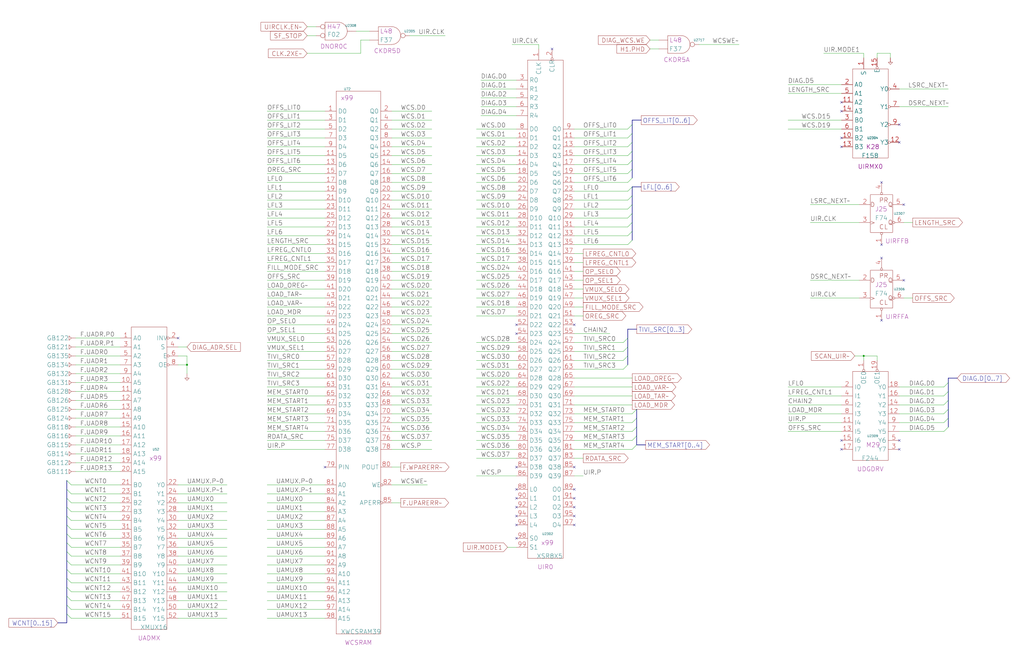
<source format=kicad_sch>
(kicad_sch (version 20230121) (generator eeschema)
  (paper "User" 584.2 378.46)
  (title_block (title "WRITABLE CONTROL STORE\\nBITS 0 TO 15") (date "20-MAR-90") (rev "1.0") (comment 1 "FIU") (comment 2 "232-003065") (comment 3 "S400") (comment 4 "RELEASED"))
  (junction (at 492.76 203.2))
  (junction (at 106.68 208.28))
  (no_connect (at 294.64 294.64))
  (no_connect (at 480.06 58.42))
  (no_connect (at 502.92 147.32))
  (no_connect (at 327.66 185.42))
  (no_connect (at 327.66 284.48))
  (no_connect (at 294.64 299.72))
  (no_connect (at 515.62 116.84))
  (no_connect (at 294.64 284.48))
  (no_connect (at 327.66 279.4))
  (no_connect (at 327.66 289.56))
  (no_connect (at 294.64 307.34))
  (no_connect (at 513.08 256.54))
  (no_connect (at 327.66 299.72))
  (no_connect (at 294.64 279.4))
  (no_connect (at 515.62 160.02))
  (no_connect (at 502.92 139.7))
  (no_connect (at 502.92 104.14))
  (no_connect (at 101.6 193.04))
  (no_connect (at 480.06 251.46))
  (no_connect (at 314.96 27.94))
  (no_connect (at 294.64 190.5))
  (no_connect (at 327.66 266.7))
  (no_connect (at 480.06 256.54))
  (no_connect (at 294.64 289.56))
  (no_connect (at 294.64 266.7))
  (no_connect (at 513.08 81.28))
  (no_connect (at 480.06 63.5))
  (no_connect (at 327.66 294.64))
  (no_connect (at 480.06 78.74))
  (no_connect (at 294.64 185.42))
  (no_connect (at 185.42 266.7))
  (no_connect (at 480.06 83.82))
  (no_connect (at 513.08 71.12))
  (no_connect (at 513.08 251.46))
  (no_connect (at 502.92 182.88))
  (bus_entry (at 360.68 121.92) (size -2.54 2.54))
  (bus_entry (at 360.68 106.68) (size -2.54 2.54))
  (bus_entry (at 358.14 208.28) (size -2.54 2.54))
  (bus_entry (at 38.1 350.52) (size 2.54 2.54))
  (bus_entry (at 38.1 340.36) (size 2.54 2.54))
  (bus_entry (at 360.68 137.16) (size -2.54 2.54))
  (bus_entry (at 363.22 243.84) (size -2.54 2.54))
  (bus_entry (at 358.14 203.2) (size -2.54 2.54))
  (bus_entry (at 358.14 198.12) (size -2.54 2.54))
  (bus_entry (at 541.02 218.44) (size -2.54 2.54))
  (bus_entry (at 38.1 330.2) (size 2.54 2.54))
  (bus_entry (at 38.1 289.56) (size 2.54 2.54))
  (bus_entry (at 38.1 345.44) (size 2.54 2.54))
  (bus_entry (at 360.68 101.6) (size -2.54 2.54))
  (bus_entry (at 38.1 274.32) (size 2.54 2.54))
  (bus_entry (at 360.68 81.28) (size -2.54 2.54))
  (bus_entry (at 360.68 96.52) (size -2.54 2.54))
  (bus_entry (at 363.22 238.76) (size -2.54 2.54))
  (bus_entry (at 363.22 248.92) (size -2.54 2.54))
  (bus_entry (at 38.1 314.96) (size 2.54 2.54))
  (bus_entry (at 360.68 132.08) (size -2.54 2.54))
  (bus_entry (at 541.02 223.52) (size -2.54 2.54))
  (bus_entry (at 38.1 309.88) (size 2.54 2.54))
  (bus_entry (at 541.02 243.84) (size -2.54 2.54))
  (bus_entry (at 363.22 254) (size -2.54 2.54))
  (bus_entry (at 541.02 238.76) (size -2.54 2.54))
  (bus_entry (at 360.68 91.44) (size -2.54 2.54))
  (bus_entry (at 358.14 193.04) (size -2.54 2.54))
  (bus_entry (at 38.1 294.64) (size 2.54 2.54))
  (bus_entry (at 360.68 127) (size -2.54 2.54))
  (bus_entry (at 38.1 284.48) (size 2.54 2.54))
  (bus_entry (at 38.1 320.04) (size 2.54 2.54))
  (bus_entry (at 38.1 325.12) (size 2.54 2.54))
  (bus_entry (at 360.68 71.12) (size -2.54 2.54))
  (bus_entry (at 360.68 116.84) (size -2.54 2.54))
  (bus_entry (at 541.02 233.68) (size -2.54 2.54))
  (bus_entry (at 38.1 279.4) (size 2.54 2.54))
  (bus_entry (at 38.1 335.28) (size 2.54 2.54))
  (bus_entry (at 360.68 86.36) (size -2.54 2.54))
  (bus_entry (at 38.1 299.72) (size 2.54 2.54))
  (bus_entry (at 363.22 233.68) (size -2.54 2.54))
  (bus_entry (at 360.68 76.2) (size -2.54 2.54))
  (bus_entry (at 541.02 228.6) (size -2.54 2.54))
  (bus_entry (at 360.68 111.76) (size -2.54 2.54))
  (bus_entry (at 38.1 304.8) (size 2.54 2.54))
  (wire (pts (xy 233.68 20.32) (xy 254 20.32)))
  (wire (pts (xy 223.52 119.38) (xy 246.38 119.38)))
  (wire (pts (xy 152.4 160.02) (xy 185.42 160.02)))
  (wire (pts (xy 43.18 203.2) (xy 68.58 203.2)))
  (wire (pts (xy 223.52 104.14) (xy 246.38 104.14)))
  (wire (pts (xy 152.4 134.62) (xy 185.42 134.62)))
  (wire (pts (xy 129.54 332.74) (xy 101.6 332.74)))
  (wire (pts (xy 40.64 353.06) (xy 68.58 353.06)))
  (wire (pts (xy 327.66 256.54) (xy 360.68 256.54)))
  (wire (pts (xy 129.54 297.18) (xy 101.6 297.18)))
  (wire (pts (xy 449.58 73.66) (xy 480.06 73.66)))
  (wire (pts (xy 152.4 353.06) (xy 185.42 353.06)))
  (wire (pts (xy 129.54 312.42) (xy 101.6 312.42)))
  (wire (pts (xy 223.52 139.7) (xy 246.38 139.7)))
  (wire (pts (xy 40.64 327.66) (xy 68.58 327.66)))
  (wire (pts (xy 271.78 83.82) (xy 294.64 83.82)))
  (wire (pts (xy 327.66 154.94) (xy 332.74 154.94)))
  (wire (pts (xy 152.4 109.22) (xy 185.42 109.22)))
  (wire (pts (xy 271.78 180.34) (xy 294.64 180.34)))
  (wire (pts (xy 223.52 220.98) (xy 246.38 220.98)))
  (wire (pts (xy 271.78 104.14) (xy 294.64 104.14)))
  (wire (pts (xy 223.52 134.62) (xy 246.38 134.62)))
  (bus (pts (xy 541.02 233.68) (xy 541.02 238.76)))
  (wire (pts (xy 129.54 317.5) (xy 101.6 317.5)))
  (bus (pts (xy 38.1 294.64) (xy 38.1 289.56)))
  (wire (pts (xy 271.78 73.66) (xy 294.64 73.66)))
  (bus (pts (xy 38.1 335.28) (xy 38.1 330.2)))
  (wire (pts (xy 449.58 231.14) (xy 480.06 231.14)))
  (wire (pts (xy 152.4 129.54) (xy 185.42 129.54)))
  (wire (pts (xy 327.66 226.06) (xy 360.68 226.06)))
  (wire (pts (xy 271.78 154.94) (xy 294.64 154.94)))
  (wire (pts (xy 513.08 60.96) (xy 541.02 60.96)))
  (wire (pts (xy 152.4 144.78) (xy 185.42 144.78)))
  (bus (pts (xy 358.14 198.12) (xy 358.14 203.2)))
  (wire (pts (xy 492.76 203.2) (xy 487.68 203.2)))
  (wire (pts (xy 152.4 215.9) (xy 185.42 215.9)))
  (wire (pts (xy 327.66 165.1) (xy 332.74 165.1)))
  (wire (pts (xy 271.78 215.9) (xy 294.64 215.9)))
  (wire (pts (xy 223.52 287.02) (xy 228.6 287.02)))
  (wire (pts (xy 152.4 170.18) (xy 185.42 170.18)))
  (wire (pts (xy 40.64 307.34) (xy 68.58 307.34)))
  (wire (pts (xy 43.18 233.68) (xy 68.58 233.68)))
  (bus (pts (xy 38.1 279.4) (xy 38.1 284.48)))
  (bus (pts (xy 360.68 68.58) (xy 365.76 68.58)))
  (wire (pts (xy 271.78 119.38) (xy 294.64 119.38)))
  (wire (pts (xy 327.66 180.34) (xy 332.74 180.34)))
  (wire (pts (xy 327.66 215.9) (xy 360.68 215.9)))
  (wire (pts (xy 271.78 114.3) (xy 294.64 114.3)))
  (wire (pts (xy 271.78 78.74) (xy 294.64 78.74)))
  (wire (pts (xy 513.08 236.22) (xy 538.48 236.22)))
  (wire (pts (xy 129.54 292.1) (xy 101.6 292.1)))
  (wire (pts (xy 327.66 104.14) (xy 358.14 104.14)))
  (wire (pts (xy 43.18 254) (xy 68.58 254)))
  (wire (pts (xy 43.18 193.04) (xy 68.58 193.04)))
  (bus (pts (xy 38.1 320.04) (xy 38.1 325.12)))
  (wire (pts (xy 223.52 99.06) (xy 246.38 99.06)))
  (wire (pts (xy 449.58 236.22) (xy 480.06 236.22)))
  (wire (pts (xy 271.78 170.18) (xy 294.64 170.18)))
  (wire (pts (xy 462.28 170.18) (xy 490.22 170.18)))
  (wire (pts (xy 271.78 109.22) (xy 294.64 109.22)))
  (wire (pts (xy 327.66 109.22) (xy 358.14 109.22)))
  (wire (pts (xy 327.66 93.98) (xy 358.14 93.98)))
  (wire (pts (xy 152.4 124.46) (xy 185.42 124.46)))
  (wire (pts (xy 271.78 124.46) (xy 294.64 124.46)))
  (wire (pts (xy 327.66 236.22) (xy 360.68 236.22)))
  (wire (pts (xy 152.4 347.98) (xy 185.42 347.98)))
  (wire (pts (xy 327.66 175.26) (xy 332.74 175.26)))
  (wire (pts (xy 223.52 63.5) (xy 246.38 63.5)))
  (wire (pts (xy 223.52 200.66) (xy 246.38 200.66)))
  (wire (pts (xy 327.66 124.46) (xy 358.14 124.46)))
  (wire (pts (xy 40.64 292.1) (xy 68.58 292.1)))
  (wire (pts (xy 274.32 45.72) (xy 294.64 45.72)))
  (wire (pts (xy 223.52 170.18) (xy 246.38 170.18)))
  (wire (pts (xy 152.4 99.06) (xy 185.42 99.06)))
  (wire (pts (xy 271.78 200.66) (xy 294.64 200.66)))
  (wire (pts (xy 43.18 223.52) (xy 68.58 223.52)))
  (wire (pts (xy 43.18 218.44) (xy 68.58 218.44)))
  (wire (pts (xy 271.78 246.38) (xy 294.64 246.38)))
  (wire (pts (xy 449.58 246.38) (xy 480.06 246.38)))
  (wire (pts (xy 513.08 50.8) (xy 541.02 50.8)))
  (wire (pts (xy 327.66 170.18) (xy 332.74 170.18)))
  (bus (pts (xy 38.1 294.64) (xy 38.1 299.72)))
  (wire (pts (xy 449.58 220.98) (xy 480.06 220.98)))
  (wire (pts (xy 152.4 88.9) (xy 185.42 88.9)))
  (wire (pts (xy 129.54 287.02) (xy 101.6 287.02)))
  (bus (pts (xy 38.1 284.48) (xy 38.1 289.56)))
  (wire (pts (xy 203.2 17.78) (xy 210.82 17.78)))
  (wire (pts (xy 152.4 297.18) (xy 185.42 297.18)))
  (bus (pts (xy 360.68 96.52) (xy 360.68 101.6)))
  (bus (pts (xy 360.68 116.84) (xy 360.68 121.92)))
  (wire (pts (xy 223.52 114.3) (xy 246.38 114.3)))
  (wire (pts (xy 271.78 220.98) (xy 294.64 220.98)))
  (wire (pts (xy 449.58 226.06) (xy 480.06 226.06)))
  (bus (pts (xy 38.1 274.32) (xy 38.1 279.4)))
  (wire (pts (xy 271.78 134.62) (xy 294.64 134.62)))
  (wire (pts (xy 152.4 165.1) (xy 185.42 165.1)))
  (wire (pts (xy 223.52 93.98) (xy 246.38 93.98)))
  (wire (pts (xy 223.52 195.58) (xy 246.38 195.58)))
  (bus (pts (xy 546.1 215.9) (xy 541.02 215.9)))
  (wire (pts (xy 513.08 220.98) (xy 538.48 220.98)))
  (wire (pts (xy 327.66 241.3) (xy 360.68 241.3)))
  (wire (pts (xy 327.66 114.3) (xy 358.14 114.3)))
  (wire (pts (xy 152.4 281.94) (xy 185.42 281.94)))
  (wire (pts (xy 327.66 134.62) (xy 358.14 134.62)))
  (bus (pts (xy 363.22 187.96) (xy 358.14 187.96)))
  (bus (pts (xy 363.22 254) (xy 368.3 254)))
  (wire (pts (xy 327.66 149.86) (xy 332.74 149.86)))
  (wire (pts (xy 152.4 139.7) (xy 185.42 139.7)))
  (wire (pts (xy 223.52 185.42) (xy 246.38 185.42)))
  (wire (pts (xy 152.4 220.98) (xy 185.42 220.98)))
  (wire (pts (xy 292.1 25.4) (xy 307.34 25.4)))
  (wire (pts (xy 327.66 205.74) (xy 355.6 205.74)))
  (bus (pts (xy 360.68 132.08) (xy 360.68 137.16)))
  (bus (pts (xy 365.76 106.68) (xy 360.68 106.68)))
  (wire (pts (xy 327.66 73.66) (xy 358.14 73.66)))
  (wire (pts (xy 152.4 332.74) (xy 185.42 332.74)))
  (wire (pts (xy 271.78 195.58) (xy 294.64 195.58)))
  (wire (pts (xy 271.78 129.54) (xy 294.64 129.54)))
  (wire (pts (xy 101.6 198.12) (xy 106.68 198.12)))
  (wire (pts (xy 223.52 144.78) (xy 246.38 144.78)))
  (wire (pts (xy 370.84 27.94) (xy 375.92 27.94)))
  (wire (pts (xy 492.76 33.02) (xy 492.76 30.48)))
  (bus (pts (xy 358.14 187.96) (xy 358.14 193.04)))
  (wire (pts (xy 289.56 312.42) (xy 294.64 312.42)))
  (wire (pts (xy 462.28 127) (xy 490.22 127)))
  (wire (pts (xy 271.78 88.9) (xy 294.64 88.9)))
  (wire (pts (xy 449.58 241.3) (xy 480.06 241.3)))
  (wire (pts (xy 271.78 226.06) (xy 294.64 226.06)))
  (bus (pts (xy 38.1 330.2) (xy 38.1 325.12)))
  (wire (pts (xy 271.78 271.78) (xy 294.64 271.78)))
  (wire (pts (xy 513.08 246.38) (xy 538.48 246.38)))
  (wire (pts (xy 152.4 180.34) (xy 185.42 180.34)))
  (bus (pts (xy 360.68 106.68) (xy 360.68 111.76)))
  (wire (pts (xy 40.64 332.74) (xy 68.58 332.74)))
  (wire (pts (xy 152.4 149.86) (xy 185.42 149.86)))
  (wire (pts (xy 223.52 73.66) (xy 246.38 73.66)))
  (wire (pts (xy 152.4 73.66) (xy 185.42 73.66)))
  (wire (pts (xy 43.18 243.84) (xy 68.58 243.84)))
  (wire (pts (xy 40.64 342.9) (xy 68.58 342.9)))
  (wire (pts (xy 152.4 68.58) (xy 185.42 68.58)))
  (bus (pts (xy 38.1 304.8) (xy 38.1 309.88)))
  (wire (pts (xy 223.52 241.3) (xy 246.38 241.3)))
  (wire (pts (xy 515.62 170.18) (xy 520.7 170.18)))
  (wire (pts (xy 152.4 185.42) (xy 185.42 185.42)))
  (wire (pts (xy 271.78 175.26) (xy 294.64 175.26)))
  (wire (pts (xy 274.32 66.04) (xy 294.64 66.04)))
  (bus (pts (xy 358.14 203.2) (xy 358.14 208.28)))
  (wire (pts (xy 152.4 337.82) (xy 185.42 337.82)))
  (wire (pts (xy 129.54 302.26) (xy 101.6 302.26)))
  (bus (pts (xy 38.1 350.52) (xy 38.1 355.6)))
  (wire (pts (xy 152.4 195.58) (xy 185.42 195.58)))
  (wire (pts (xy 152.4 307.34) (xy 185.42 307.34)))
  (bus (pts (xy 363.22 248.92) (xy 363.22 254)))
  (wire (pts (xy 271.78 165.1) (xy 294.64 165.1)))
  (wire (pts (xy 40.64 287.02) (xy 68.58 287.02)))
  (wire (pts (xy 327.66 210.82) (xy 355.6 210.82)))
  (wire (pts (xy 449.58 68.58) (xy 480.06 68.58)))
  (wire (pts (xy 152.4 302.26) (xy 185.42 302.26)))
  (wire (pts (xy 152.4 231.14) (xy 185.42 231.14)))
  (wire (pts (xy 40.64 302.26) (xy 68.58 302.26)))
  (wire (pts (xy 327.66 139.7) (xy 358.14 139.7)))
  (wire (pts (xy 223.52 266.7) (xy 228.6 266.7)))
  (wire (pts (xy 152.4 210.82) (xy 185.42 210.82)))
  (wire (pts (xy 327.66 129.54) (xy 358.14 129.54)))
  (wire (pts (xy 129.54 327.66) (xy 101.6 327.66)))
  (wire (pts (xy 508 30.48) (xy 508 33.02)))
  (wire (pts (xy 223.52 83.82) (xy 246.38 83.82)))
  (bus (pts (xy 363.22 238.76) (xy 363.22 243.84)))
  (wire (pts (xy 271.78 139.7) (xy 294.64 139.7)))
  (wire (pts (xy 152.4 104.14) (xy 185.42 104.14)))
  (wire (pts (xy 152.4 154.94) (xy 185.42 154.94)))
  (wire (pts (xy 152.4 327.66) (xy 185.42 327.66)))
  (bus (pts (xy 38.1 350.52) (xy 38.1 345.44)))
  (wire (pts (xy 223.52 88.9) (xy 246.38 88.9)))
  (bus (pts (xy 360.68 76.2) (xy 360.68 81.28)))
  (wire (pts (xy 152.4 175.26) (xy 185.42 175.26)))
  (wire (pts (xy 500.38 205.74) (xy 500.38 203.2)))
  (wire (pts (xy 40.64 317.5) (xy 68.58 317.5)))
  (wire (pts (xy 327.66 231.14) (xy 360.68 231.14)))
  (bus (pts (xy 360.68 111.76) (xy 360.68 116.84)))
  (wire (pts (xy 129.54 347.98) (xy 101.6 347.98)))
  (bus (pts (xy 360.68 68.58) (xy 360.68 71.12)))
  (wire (pts (xy 152.4 236.22) (xy 185.42 236.22)))
  (wire (pts (xy 327.66 88.9) (xy 358.14 88.9)))
  (bus (pts (xy 360.68 86.36) (xy 360.68 91.44)))
  (wire (pts (xy 129.54 307.34) (xy 101.6 307.34)))
  (bus (pts (xy 360.68 71.12) (xy 360.68 76.2)))
  (wire (pts (xy 462.28 116.84) (xy 490.22 116.84)))
  (bus (pts (xy 541.02 223.52) (xy 541.02 228.6)))
  (wire (pts (xy 462.28 160.02) (xy 490.22 160.02)))
  (wire (pts (xy 223.52 231.14) (xy 246.38 231.14)))
  (wire (pts (xy 152.4 205.74) (xy 185.42 205.74)))
  (wire (pts (xy 271.78 160.02) (xy 294.64 160.02)))
  (wire (pts (xy 327.66 160.02) (xy 332.74 160.02)))
  (wire (pts (xy 327.66 190.5) (xy 347.98 190.5)))
  (bus (pts (xy 38.1 299.72) (xy 38.1 304.8)))
  (wire (pts (xy 152.4 78.74) (xy 185.42 78.74)))
  (bus (pts (xy 363.22 243.84) (xy 363.22 248.92)))
  (wire (pts (xy 223.52 246.38) (xy 246.38 246.38)))
  (wire (pts (xy 43.18 259.08) (xy 68.58 259.08)))
  (wire (pts (xy 513.08 226.06) (xy 538.48 226.06)))
  (bus (pts (xy 360.68 81.28) (xy 360.68 86.36)))
  (wire (pts (xy 271.78 231.14) (xy 294.64 231.14)))
  (wire (pts (xy 271.78 210.82) (xy 294.64 210.82)))
  (wire (pts (xy 223.52 251.46) (xy 246.38 251.46)))
  (wire (pts (xy 492.76 203.2) (xy 492.76 205.74)))
  (wire (pts (xy 327.66 200.66) (xy 355.6 200.66)))
  (wire (pts (xy 152.4 190.5) (xy 185.42 190.5)))
  (wire (pts (xy 327.66 119.38) (xy 358.14 119.38)))
  (wire (pts (xy 327.66 78.74) (xy 358.14 78.74)))
  (wire (pts (xy 515.62 127) (xy 520.7 127)))
  (wire (pts (xy 271.78 256.54) (xy 294.64 256.54)))
  (wire (pts (xy 327.66 220.98) (xy 360.68 220.98)))
  (wire (pts (xy 223.52 175.26) (xy 246.38 175.26)))
  (wire (pts (xy 271.78 251.46) (xy 294.64 251.46)))
  (wire (pts (xy 175.26 30.48) (xy 205.74 30.48)))
  (wire (pts (xy 175.26 20.32) (xy 180.34 20.32)))
  (wire (pts (xy 106.68 203.2) (xy 106.68 208.28)))
  (wire (pts (xy 449.58 53.34) (xy 480.06 53.34)))
  (wire (pts (xy 40.64 322.58) (xy 68.58 322.58)))
  (wire (pts (xy 152.4 256.54) (xy 185.42 256.54)))
  (bus (pts (xy 38.1 335.28) (xy 38.1 340.36)))
  (wire (pts (xy 152.4 317.5) (xy 185.42 317.5)))
  (wire (pts (xy 327.66 251.46) (xy 360.68 251.46)))
  (wire (pts (xy 327.66 144.78) (xy 332.74 144.78)))
  (wire (pts (xy 223.52 68.58) (xy 246.38 68.58)))
  (bus (pts (xy 363.22 233.68) (xy 363.22 238.76)))
  (wire (pts (xy 327.66 271.78) (xy 332.74 271.78)))
  (wire (pts (xy 274.32 55.88) (xy 294.64 55.88)))
  (wire (pts (xy 223.52 256.54) (xy 246.38 256.54)))
  (wire (pts (xy 307.34 25.4) (xy 307.34 27.94)))
  (wire (pts (xy 152.4 246.38) (xy 185.42 246.38)))
  (wire (pts (xy 101.6 203.2) (xy 106.68 203.2)))
  (wire (pts (xy 223.52 109.22) (xy 246.38 109.22)))
  (wire (pts (xy 223.52 226.06) (xy 246.38 226.06)))
  (wire (pts (xy 43.18 198.12) (xy 68.58 198.12)))
  (wire (pts (xy 271.78 149.86) (xy 294.64 149.86)))
  (wire (pts (xy 274.32 50.8) (xy 294.64 50.8)))
  (wire (pts (xy 205.74 22.86) (xy 205.74 30.48)))
  (wire (pts (xy 271.78 236.22) (xy 294.64 236.22)))
  (wire (pts (xy 152.4 93.98) (xy 185.42 93.98)))
  (wire (pts (xy 152.4 226.06) (xy 185.42 226.06)))
  (wire (pts (xy 152.4 251.46) (xy 185.42 251.46)))
  (wire (pts (xy 223.52 129.54) (xy 246.38 129.54)))
  (wire (pts (xy 152.4 241.3) (xy 185.42 241.3)))
  (bus (pts (xy 541.02 228.6) (xy 541.02 233.68)))
  (wire (pts (xy 152.4 312.42) (xy 185.42 312.42)))
  (wire (pts (xy 43.18 248.92) (xy 68.58 248.92)))
  (wire (pts (xy 271.78 93.98) (xy 294.64 93.98)))
  (wire (pts (xy 152.4 63.5) (xy 185.42 63.5)))
  (wire (pts (xy 223.52 78.74) (xy 246.38 78.74)))
  (wire (pts (xy 129.54 353.06) (xy 101.6 353.06)))
  (wire (pts (xy 513.08 231.14) (xy 538.48 231.14)))
  (wire (pts (xy 469.9 30.48) (xy 492.76 30.48)))
  (wire (pts (xy 152.4 322.58) (xy 185.42 322.58)))
  (wire (pts (xy 223.52 165.1) (xy 246.38 165.1)))
  (wire (pts (xy 271.78 144.78) (xy 294.64 144.78)))
  (bus (pts (xy 360.68 91.44) (xy 360.68 96.52)))
  (bus (pts (xy 38.1 340.36) (xy 38.1 345.44)))
  (wire (pts (xy 398.78 25.4) (xy 421.64 25.4)))
  (wire (pts (xy 43.18 213.36) (xy 68.58 213.36)))
  (wire (pts (xy 40.64 312.42) (xy 68.58 312.42)))
  (wire (pts (xy 223.52 276.86) (xy 243.84 276.86)))
  (wire (pts (xy 43.18 228.6) (xy 68.58 228.6)))
  (wire (pts (xy 327.66 246.38) (xy 360.68 246.38)))
  (wire (pts (xy 106.68 213.36) (xy 106.68 208.28)))
  (bus (pts (xy 541.02 238.76) (xy 541.02 243.84)))
  (wire (pts (xy 101.6 276.86) (xy 129.54 276.86)))
  (wire (pts (xy 152.4 342.9) (xy 185.42 342.9)))
  (wire (pts (xy 500.38 30.48) (xy 508 30.48)))
  (wire (pts (xy 40.64 276.86) (xy 68.58 276.86)))
  (wire (pts (xy 152.4 114.3) (xy 185.42 114.3)))
  (wire (pts (xy 327.66 261.62) (xy 332.74 261.62)))
  (wire (pts (xy 370.84 22.86) (xy 375.92 22.86)))
  (bus (pts (xy 360.68 127) (xy 360.68 132.08)))
  (bus (pts (xy 38.1 314.96) (xy 38.1 320.04)))
  (wire (pts (xy 101.6 281.94) (xy 129.54 281.94)))
  (wire (pts (xy 129.54 322.58) (xy 101.6 322.58)))
  (bus (pts (xy 541.02 215.9) (xy 541.02 218.44)))
  (wire (pts (xy 129.54 337.82) (xy 101.6 337.82)))
  (wire (pts (xy 152.4 276.86) (xy 185.42 276.86)))
  (wire (pts (xy 175.26 15.24) (xy 180.34 15.24)))
  (wire (pts (xy 449.58 48.26) (xy 480.06 48.26)))
  (wire (pts (xy 274.32 60.96) (xy 294.64 60.96)))
  (wire (pts (xy 152.4 83.82) (xy 185.42 83.82)))
  (wire (pts (xy 152.4 200.66) (xy 185.42 200.66)))
  (wire (pts (xy 152.4 119.38) (xy 185.42 119.38)))
  (bus (pts (xy 33.02 355.6) (xy 38.1 355.6)))
  (wire (pts (xy 500.38 33.02) (xy 500.38 30.48)))
  (wire (pts (xy 40.64 281.94) (xy 68.58 281.94)))
  (wire (pts (xy 271.78 241.3) (xy 294.64 241.3)))
  (wire (pts (xy 223.52 205.74) (xy 246.38 205.74)))
  (wire (pts (xy 327.66 99.06) (xy 358.14 99.06)))
  (wire (pts (xy 223.52 215.9) (xy 246.38 215.9)))
  (wire (pts (xy 223.52 160.02) (xy 246.38 160.02)))
  (wire (pts (xy 223.52 210.82) (xy 246.38 210.82)))
  (wire (pts (xy 43.18 208.28) (xy 68.58 208.28)))
  (bus (pts (xy 38.1 314.96) (xy 38.1 309.88)))
  (wire (pts (xy 271.78 205.74) (xy 294.64 205.74)))
  (wire (pts (xy 223.52 149.86) (xy 246.38 149.86)))
  (wire (pts (xy 210.82 22.86) (xy 205.74 22.86)))
  (bus (pts (xy 358.14 193.04) (xy 358.14 198.12)))
  (wire (pts (xy 223.52 236.22) (xy 246.38 236.22)))
  (wire (pts (xy 223.52 154.94) (xy 246.38 154.94)))
  (wire (pts (xy 106.68 208.28) (xy 101.6 208.28)))
  (wire (pts (xy 513.08 241.3) (xy 538.48 241.3)))
  (wire (pts (xy 40.64 297.18) (xy 68.58 297.18)))
  (wire (pts (xy 43.18 269.24) (xy 68.58 269.24)))
  (bus (pts (xy 360.68 121.92) (xy 360.68 127)))
  (wire (pts (xy 43.18 238.76) (xy 68.58 238.76)))
  (wire (pts (xy 500.38 203.2) (xy 492.76 203.2)))
  (wire (pts (xy 327.66 195.58) (xy 355.6 195.58)))
  (wire (pts (xy 152.4 292.1) (xy 185.42 292.1)))
  (wire (pts (xy 40.64 347.98) (xy 68.58 347.98)))
  (wire (pts (xy 327.66 83.82) (xy 358.14 83.82)))
  (wire (pts (xy 152.4 287.02) (xy 185.42 287.02)))
  (wire (pts (xy 223.52 190.5) (xy 246.38 190.5)))
  (wire (pts (xy 271.78 99.06) (xy 294.64 99.06)))
  (wire (pts (xy 223.52 180.34) (xy 246.38 180.34)))
  (bus (pts (xy 541.02 218.44) (xy 541.02 223.52)))
  (wire (pts (xy 43.18 264.16) (xy 68.58 264.16)))
  (wire (pts (xy 223.52 124.46) (xy 246.38 124.46)))
  (wire (pts (xy 40.64 337.82) (xy 68.58 337.82)))
  (wire (pts (xy 271.78 261.62) (xy 294.64 261.62)))
  (wire (pts (xy 129.54 342.9) (xy 101.6 342.9)))
  (label "CHAIN2" (at 449.58 231.14 0) (effects (font (size 2.54 2.54))))
  (label "F.UADR10" (at 45.72 254 0) (effects (font (size 2.54 2.54))))
  (label "F.UADR.P0" (at 45.72 193.04 0) (effects (font (size 2.54 2.54))))
  (label "F.UADR12" (at 45.72 264.16 0) (effects (font (size 2.54 2.54))))
  (label "TIVI_SRC2" (at 332.74 205.74 0) (effects (font (size 2.54 2.54))))
  (label "F.UADR7" (at 45.72 238.76 0) (effects (font (size 2.54 2.54))))
  (label "OFFS_LIT6" (at 332.74 104.14 0) (effects (font (size 2.54 2.54))))
  (label "WCS.D7" (at 274.32 180.34 0) (effects (font (size 2.54 2.54))))
  (label "LOAD_OREG~" (at 152.4 165.1 0) (effects (font (size 2.54 2.54))))
  (label "F.UADR6" (at 45.72 233.68 0) (effects (font (size 2.54 2.54))))
  (label "LFL6" (at 152.4 134.62 0) (effects (font (size 2.54 2.54))))
  (label "CHAIN2" (at 332.74 190.5 0) (effects (font (size 2.54 2.54))))
  (label "WCNT9" (at 48.26 322.58 0) (effects (font (size 2.54 2.54))))
  (label "WCS.D3" (at 274.32 88.9 0) (effects (font (size 2.54 2.54))))
  (label "UAMUX6" (at 106.68 317.5 0) (effects (font (size 2.54 2.54))))
  (label "F.UADR2" (at 45.72 213.36 0) (effects (font (size 2.54 2.54))))
  (label "LFL4" (at 332.74 129.54 0) (effects (font (size 2.54 2.54))))
  (label "WCS.D10" (at 274.32 119.38 0) (effects (font (size 2.54 2.54))))
  (label "DIAG.D4" (at 274.32 66.04 0) (effects (font (size 2.54 2.54))))
  (label "WCS.P" (at 274.32 271.78 0) (effects (font (size 2.54 2.54))))
  (label "WCS.D15" (at 228.6 139.7 0) (effects (font (size 2.54 2.54))))
  (label "LSRC_NEXT~" (at 518.16 50.8 0) (effects (font (size 2.54 2.54))))
  (label "MEM_START1" (at 152.4 231.14 0) (effects (font (size 2.54 2.54))))
  (label "UAMUX12" (at 157.48 347.98 0) (effects (font (size 2.54 2.54))))
  (label "LFL5" (at 332.74 134.62 0) (effects (font (size 2.54 2.54))))
  (label "WCS.D37" (at 274.32 261.62 0) (effects (font (size 2.54 2.54))))
  (label "WCS.D24" (at 274.32 154.94 0) (effects (font (size 2.54 2.54))))
  (label "WCS.D30" (at 274.32 205.74 0) (effects (font (size 2.54 2.54))))
  (label "MEM_START0" (at 152.4 226.06 0) (effects (font (size 2.54 2.54))))
  (label "WCS.D37" (at 228.6 251.46 0) (effects (font (size 2.54 2.54))))
  (label "TIVI_SRC0" (at 152.4 205.74 0) (effects (font (size 2.54 2.54))))
  (label "TIVI_SRC3" (at 152.4 220.98 0) (effects (font (size 2.54 2.54))))
  (label "WCNT13" (at 48.26 342.9 0) (effects (font (size 2.54 2.54))))
  (label "MEM_START2" (at 152.4 236.22 0) (effects (font (size 2.54 2.54))))
  (label "WCS.D4" (at 274.32 93.98 0) (effects (font (size 2.54 2.54))))
  (label "F.UADR5" (at 45.72 228.6 0) (effects (font (size 2.54 2.54))))
  (label "OFFS_LIT0" (at 152.4 63.5 0) (effects (font (size 2.54 2.54))))
  (label "WCS.D9" (at 228.6 109.22 0) (effects (font (size 2.54 2.54))))
  (label "OFFS_LIT2" (at 332.74 83.82 0) (effects (font (size 2.54 2.54))))
  (label "F.UADR13" (at 45.72 269.24 0) (effects (font (size 2.54 2.54))))
  (label "WCS.D35" (at 228.6 241.3 0) (effects (font (size 2.54 2.54))))
  (label "OFFS_LIT1" (at 152.4 68.58 0) (effects (font (size 2.54 2.54))))
  (label "WCS.D17" (at 274.32 149.86 0) (effects (font (size 2.54 2.54))))
  (label "OFFS_SRC" (at 449.58 246.38 0) (effects (font (size 2.54 2.54))))
  (label "DSRC_NEXT~" (at 518.16 60.96 0) (effects (font (size 2.54 2.54))))
  (label "WCS.D21" (at 274.32 226.06 0) (effects (font (size 2.54 2.54))))
  (label "WCNT10" (at 48.26 327.66 0) (effects (font (size 2.54 2.54))))
  (label "WCS.D6" (at 274.32 104.14 0) (effects (font (size 2.54 2.54))))
  (label "WCS.D17" (at 228.6 149.86 0) (effects (font (size 2.54 2.54))))
  (label "WCS.D15" (at 457.2 68.58 0) (effects (font (size 2.54 2.54))))
  (label "MEM_START4" (at 152.4 246.38 0) (effects (font (size 2.54 2.54))))
  (label "LOAD_TAR~" (at 152.4 170.18 0) (effects (font (size 2.54 2.54))))
  (label "DIAG.D1" (at 533.4 226.06 180) (effects (font (size 2.54 2.54))))
  (label "RDATA_SRC" (at 152.4 251.46 0) (effects (font (size 2.54 2.54))))
  (label "TIVI_SRC1" (at 152.4 210.82 0) (effects (font (size 2.54 2.54))))
  (label "LFL0" (at 332.74 109.22 0) (effects (font (size 2.54 2.54))))
  (label "VMUX_SEL1" (at 152.4 200.66 0) (effects (font (size 2.54 2.54))))
  (label "OFFS_LIT6" (at 152.4 93.98 0) (effects (font (size 2.54 2.54))))
  (label "WCS.D5" (at 274.32 99.06 0) (effects (font (size 2.54 2.54))))
  (label "UAMUX3" (at 106.68 302.26 0) (effects (font (size 2.54 2.54))))
  (label "DIAG.D0" (at 274.32 45.72 0) (effects (font (size 2.54 2.54))))
  (label "WCS.D32" (at 228.6 226.06 0) (effects (font (size 2.54 2.54))))
  (label "F.UADR0" (at 45.72 203.2 0) (effects (font (size 2.54 2.54))))
  (label "UAMUX2" (at 157.48 297.18 0) (effects (font (size 2.54 2.54))))
  (label "VMUX_SEL0" (at 152.4 195.58 0) (effects (font (size 2.54 2.54))))
  (label "WCS.D5" (at 228.6 88.9 0) (effects (font (size 2.54 2.54))))
  (label "WCS.D34" (at 274.32 246.38 0) (effects (font (size 2.54 2.54))))
  (label "OP_SEL1" (at 152.4 190.5 0) (effects (font (size 2.54 2.54))))
  (label "WCS.D0" (at 274.32 73.66 0) (effects (font (size 2.54 2.54))))
  (label "WCSWE~" (at 228.6 276.86 0) (effects (font (size 2.54 2.54))))
  (label "UAMUX4" (at 157.48 307.34 0) (effects (font (size 2.54 2.54))))
  (label "LFL4" (at 152.4 124.46 0) (effects (font (size 2.54 2.54))))
  (label "UIR.CLK" (at 292.1 25.4 0) (effects (font (size 2.54 2.54))))
  (label "WCS.D22" (at 228.6 175.26 0) (effects (font (size 2.54 2.54))))
  (label "DIAG.D4" (at 533.4 241.3 180) (effects (font (size 2.54 2.54))))
  (label "WCNT0" (at 48.26 276.86 0) (effects (font (size 2.54 2.54))))
  (label "WCS.D14" (at 228.6 134.62 0) (effects (font (size 2.54 2.54))))
  (label "WCS.D18" (at 228.6 154.94 0) (effects (font (size 2.54 2.54))))
  (label "WCS.D31" (at 274.32 210.82 0) (effects (font (size 2.54 2.54))))
  (label "WCS.D7" (at 228.6 99.06 0) (effects (font (size 2.54 2.54))))
  (label "WCS.D14" (at 274.32 139.7 0) (effects (font (size 2.54 2.54))))
  (label "DIAG.D5" (at 533.4 246.38 180) (effects (font (size 2.54 2.54))))
  (label "DIAG.D5" (at 449.58 48.26 0) (effects (font (size 2.54 2.54))))
  (label "OFFS_LIT3" (at 152.4 78.74 0) (effects (font (size 2.54 2.54))))
  (label "LFL0" (at 449.58 220.98 0) (effects (font (size 2.54 2.54))))
  (label "WCS.D36" (at 274.32 256.54 0) (effects (font (size 2.54 2.54))))
  (label "UAMUX12" (at 106.68 347.98 0) (effects (font (size 2.54 2.54))))
  (label "UAMUX0" (at 157.48 287.02 0) (effects (font (size 2.54 2.54))))
  (label "LFREG_CNTL1" (at 152.4 149.86 0) (effects (font (size 2.54 2.54))))
  (label "UIR.CLK" (at 462.28 127 0) (effects (font (size 2.54 2.54))))
  (label "UAMUX.P~0" (at 106.68 276.86 0) (effects (font (size 2.54 2.54))))
  (label "WCS.D26" (at 274.32 165.1 0) (effects (font (size 2.54 2.54))))
  (label "UAMUX.P~1" (at 157.48 281.94 0) (effects (font (size 2.54 2.54))))
  (label "WCS.D23" (at 274.32 231.14 0) (effects (font (size 2.54 2.54))))
  (label "WCS.D31" (at 228.6 220.98 0) (effects (font (size 2.54 2.54))))
  (label "UAMUX13" (at 106.68 353.06 0) (effects (font (size 2.54 2.54))))
  (label "WCS.D8" (at 274.32 109.22 0) (effects (font (size 2.54 2.54))))
  (label "LOAD_VAR~" (at 152.4 175.26 0) (effects (font (size 2.54 2.54))))
  (label "FILL_MODE_SRC" (at 152.4 154.94 0) (effects (font (size 2.54 2.54))))
  (label "OFFS_LIT2" (at 152.4 73.66 0) (effects (font (size 2.54 2.54))))
  (label "WCS.D12" (at 274.32 129.54 0) (effects (font (size 2.54 2.54))))
  (label "WCS.D25" (at 228.6 190.5 0) (effects (font (size 2.54 2.54))))
  (label "WCNT1" (at 48.26 281.94 0) (effects (font (size 2.54 2.54))))
  (label "OP_SEL0" (at 152.4 185.42 0) (effects (font (size 2.54 2.54))))
  (label "WCNT5" (at 48.26 302.26 0) (effects (font (size 2.54 2.54))))
  (label "TIVI_SRC1" (at 332.74 200.66 0) (effects (font (size 2.54 2.54))))
  (label "LFL2" (at 332.74 119.38 0) (effects (font (size 2.54 2.54))))
  (label "WCS.D34" (at 228.6 236.22 0) (effects (font (size 2.54 2.54))))
  (label "WCNT14" (at 48.26 347.98 0) (effects (font (size 2.54 2.54))))
  (label "TIVI_SRC0" (at 332.74 195.58 0) (effects (font (size 2.54 2.54))))
  (label "UAMUX1" (at 106.68 292.1 0) (effects (font (size 2.54 2.54))))
  (label "WCS.D32" (at 274.32 236.22 0) (effects (font (size 2.54 2.54))))
  (label "UIR.MODE1" (at 469.9 30.48 0) (effects (font (size 2.54 2.54))))
  (label "WCS.D6" (at 228.6 93.98 0) (effects (font (size 2.54 2.54))))
  (label "WCS.P" (at 228.6 256.54 0) (effects (font (size 2.54 2.54))))
  (label "MEM_START4" (at 332.74 256.54 0) (effects (font (size 2.54 2.54))))
  (label "WCS.D1" (at 228.6 68.58 0) (effects (font (size 2.54 2.54))))
  (label "LFL1" (at 152.4 109.22 0) (effects (font (size 2.54 2.54))))
  (label "LFREG_CNTL0" (at 152.4 144.78 0) (effects (font (size 2.54 2.54))))
  (label "LSRC_NEXT~" (at 462.28 116.84 0) (effects (font (size 2.54 2.54))))
  (label "TIVI_SRC3" (at 332.74 210.82 0) (effects (font (size 2.54 2.54))))
  (label "WCS.D24" (at 228.6 185.42 0) (effects (font (size 2.54 2.54))))
  (label "LOAD_MDR" (at 152.4 180.34 0) (effects (font (size 2.54 2.54))))
  (label "WCS.D27" (at 274.32 170.18 0) (effects (font (size 2.54 2.54))))
  (label "WCS.D22" (at 274.32 220.98 0) (effects (font (size 2.54 2.54))))
  (label "WCS.D28" (at 274.32 195.58 0) (effects (font (size 2.54 2.54))))
  (label "UAMUX9" (at 157.48 332.74 0) (effects (font (size 2.54 2.54))))
  (label "WCS.D13" (at 228.6 129.54 0) (effects (font (size 2.54 2.54))))
  (label "WCNT11" (at 48.26 332.74 0) (effects (font (size 2.54 2.54))))
  (label "MEM_START2" (at 332.74 246.38 0) (effects (font (size 2.54 2.54))))
  (label "DIAG.D2" (at 274.32 55.88 0) (effects (font (size 2.54 2.54))))
  (label "WCS.D19" (at 457.2 73.66 0) (effects (font (size 2.54 2.54))))
  (label "OREG_SRC" (at 152.4 99.06 0) (effects (font (size 2.54 2.54))))
  (label "MEM_START3" (at 152.4 241.3 0) (effects (font (size 2.54 2.54))))
  (label "WCS.D11" (at 274.32 124.46 0) (effects (font (size 2.54 2.54))))
  (label "OFFS_LIT4" (at 332.74 93.98 0) (effects (font (size 2.54 2.54))))
  (label "MEM_START0" (at 332.74 236.22 0) (effects (font (size 2.54 2.54))))
  (label "WCS.D10" (at 228.6 114.3 0) (effects (font (size 2.54 2.54))))
  (label "WCNT15" (at 48.26 353.06 0) (effects (font (size 2.54 2.54))))
  (label "DSRC_NEXT~" (at 462.28 160.02 0) (effects (font (size 2.54 2.54))))
  (label "WCS.D27" (at 228.6 200.66 0) (effects (font (size 2.54 2.54))))
  (label "WCS.D19" (at 228.6 160.02 0) (effects (font (size 2.54 2.54))))
  (label "LFL5" (at 152.4 129.54 0) (effects (font (size 2.54 2.54))))
  (label "WCNT2" (at 48.26 287.02 0) (effects (font (size 2.54 2.54))))
  (label "UAMUX8" (at 106.68 327.66 0) (effects (font (size 2.54 2.54))))
  (label "MEM_START3" (at 332.74 251.46 0) (effects (font (size 2.54 2.54))))
  (label "LENGTH_SRC" (at 152.4 139.7 0) (effects (font (size 2.54 2.54))))
  (label "OFFS_LIT5" (at 332.74 99.06 0) (effects (font (size 2.54 2.54))))
  (label "LOAD_MDR" (at 449.58 236.22 0) (effects (font (size 2.54 2.54))))
  (label "UAMUX5" (at 106.68 312.42 0) (effects (font (size 2.54 2.54))))
  (label "OFFS_LIT1" (at 332.74 78.74 0) (effects (font (size 2.54 2.54))))
  (label "UAMUX10" (at 157.48 337.82 0) (effects (font (size 2.54 2.54))))
  (label "F.UADR1" (at 45.72 208.28 0) (effects (font (size 2.54 2.54))))
  (label "DIAG.D2" (at 533.4 231.14 180) (effects (font (size 2.54 2.54))))
  (label "WCS.D20" (at 274.32 215.9 0) (effects (font (size 2.54 2.54))))
  (label "WCS.D33" (at 228.6 231.14 0) (effects (font (size 2.54 2.54))))
  (label "F.UADR3" (at 45.72 218.44 0) (effects (font (size 2.54 2.54))))
  (label "WCS.D4" (at 228.6 83.82 0) (effects (font (size 2.54 2.54))))
  (label "LFREG_CNTL1" (at 449.58 226.06 0) (effects (font (size 2.54 2.54))))
  (label "WCNT3" (at 48.26 292.1 0) (effects (font (size 2.54 2.54))))
  (label "WCS.D36" (at 228.6 246.38 0) (effects (font (size 2.54 2.54))))
  (label "WCS.D9" (at 274.32 114.3 0) (effects (font (size 2.54 2.54))))
  (label "WCS.D26" (at 228.6 195.58 0) (effects (font (size 2.54 2.54))))
  (label "WCS.D25" (at 274.32 160.02 0) (effects (font (size 2.54 2.54))))
  (label "WCNT8" (at 48.26 317.5 0) (effects (font (size 2.54 2.54))))
  (label "UIR.P" (at 449.58 241.3 0) (effects (font (size 2.54 2.54))))
  (label "WCS.D30" (at 228.6 215.9 0) (effects (font (size 2.54 2.54))))
  (label "F.UADR.P1" (at 45.72 198.12 0) (effects (font (size 2.54 2.54))))
  (label "UAMUX0" (at 106.68 287.02 0) (effects (font (size 2.54 2.54))))
  (label "WCNT12" (at 48.26 337.82 0) (effects (font (size 2.54 2.54))))
  (label "WCS.D13" (at 274.32 134.62 0) (effects (font (size 2.54 2.54))))
  (label "UAMUX10" (at 106.68 337.82 0) (effects (font (size 2.54 2.54))))
  (label "TIVI_SRC2" (at 152.4 215.9 0) (effects (font (size 2.54 2.54))))
  (label "LFL3" (at 332.74 124.46 0) (effects (font (size 2.54 2.54))))
  (label "F.UADR9" (at 45.72 248.92 0) (effects (font (size 2.54 2.54))))
  (label "WCS.D3" (at 228.6 78.74 0) (effects (font (size 2.54 2.54))))
  (label "OFFS_LIT4" (at 152.4 83.82 0) (effects (font (size 2.54 2.54))))
  (label "DIAG.D1" (at 274.32 50.8 0) (effects (font (size 2.54 2.54))))
  (label "UAMUX13" (at 157.48 353.06 0) (effects (font (size 2.54 2.54))))
  (label "UAMUX9" (at 106.68 332.74 0) (effects (font (size 2.54 2.54))))
  (label "MEM_START1" (at 332.74 241.3 0) (effects (font (size 2.54 2.54))))
  (label "WCS.D1" (at 274.32 78.74 0) (effects (font (size 2.54 2.54))))
  (label "WCNT4" (at 48.26 297.18 0) (effects (font (size 2.54 2.54))))
  (label "F.UADR8" (at 45.72 243.84 0) (effects (font (size 2.54 2.54))))
  (label "UAMUX8" (at 157.48 327.66 0) (effects (font (size 2.54 2.54))))
  (label "UAMUX5" (at 157.48 312.42 0) (effects (font (size 2.54 2.54))))
  (label "WCS.D2" (at 274.32 83.82 0) (effects (font (size 2.54 2.54))))
  (label "UAMUX4" (at 106.68 307.34 0) (effects (font (size 2.54 2.54))))
  (label "UAMUX.P~1" (at 106.68 281.94 0) (effects (font (size 2.54 2.54))))
  (label "UIR.P" (at 152.4 256.54 0) (effects (font (size 2.54 2.54))))
  (label "UAMUX6" (at 157.48 317.5 0) (effects (font (size 2.54 2.54))))
  (label "LENGTH_SRC" (at 449.58 53.34 0) (effects (font (size 2.54 2.54))))
  (label "WCS.D12" (at 228.6 124.46 0) (effects (font (size 2.54 2.54))))
  (label "WCS.D35" (at 274.32 251.46 0) (effects (font (size 2.54 2.54))))
  (label "UIR.P" (at 332.74 271.78 0) (effects (font (size 2.54 2.54))))
  (label "WCS.D21" (at 228.6 170.18 0) (effects (font (size 2.54 2.54))))
  (label "OFFS_SRC" (at 152.4 160.02 0) (effects (font (size 2.54 2.54))))
  (label "F.UADR11" (at 45.72 259.08 0) (effects (font (size 2.54 2.54))))
  (label "DIAG.D0" (at 533.4 220.98 180) (effects (font (size 2.54 2.54))))
  (label "WCS.D29" (at 274.32 200.66 0) (effects (font (size 2.54 2.54))))
  (label "WCSWE~" (at 406.4 25.4 0) (effects (font (size 2.54 2.54))))
  (label "DIAG.D3" (at 533.4 236.22 180) (effects (font (size 2.54 2.54))))
  (label "OFFS_LIT0" (at 332.74 73.66 0) (effects (font (size 2.54 2.54))))
  (label "LFL6" (at 332.74 139.7 0) (effects (font (size 2.54 2.54))))
  (label "F.UADR4" (at 45.72 223.52 0) (effects (font (size 2.54 2.54))))
  (label "OFFS_LIT5" (at 152.4 88.9 0) (effects (font (size 2.54 2.54))))
  (label "WCS.D29" (at 228.6 210.82 0) (effects (font (size 2.54 2.54))))
  (label "LFL0" (at 152.4 104.14 0) (effects (font (size 2.54 2.54))))
  (label "UAMUX7" (at 157.48 322.58 0) (effects (font (size 2.54 2.54))))
  (label "LFL3" (at 152.4 119.38 0) (effects (font (size 2.54 2.54))))
  (label "UIR.CLK" (at 462.28 170.18 0) (effects (font (size 2.54 2.54))))
  (label "WCS.D11" (at 228.6 119.38 0) (effects (font (size 2.54 2.54))))
  (label "WCS.D2" (at 228.6 73.66 0) (effects (font (size 2.54 2.54))))
  (label "WCS.D0" (at 228.6 63.5 0) (effects (font (size 2.54 2.54))))
  (label "WCS.D23" (at 228.6 180.34 0) (effects (font (size 2.54 2.54))))
  (label "WCS.D16" (at 228.6 144.78 0) (effects (font (size 2.54 2.54))))
  (label "LFL2" (at 152.4 114.3 0) (effects (font (size 2.54 2.54))))
  (label "WCS.D20" (at 228.6 165.1 0) (effects (font (size 2.54 2.54))))
  (label "UAMUX7" (at 106.68 322.58 0) (effects (font (size 2.54 2.54))))
  (label "UAMUX3" (at 157.48 302.26 0) (effects (font (size 2.54 2.54))))
  (label "WCS.D33" (at 274.32 241.3 0) (effects (font (size 2.54 2.54))))
  (label "DIAG.D3" (at 274.32 60.96 0) (effects (font (size 2.54 2.54))))
  (label "UAMUX1" (at 157.48 292.1 0) (effects (font (size 2.54 2.54))))
  (label "UIR.CLK" (at 238.76 20.32 0) (effects (font (size 2.54 2.54))))
  (label "WCS.D16" (at 274.32 144.78 0) (effects (font (size 2.54 2.54))))
  (label "WCS.D8" (at 228.6 104.14 0) (effects (font (size 2.54 2.54))))
  (label "UAMUX.P~0" (at 157.48 276.86 0) (effects (font (size 2.54 2.54))))
  (label "UAMUX2" (at 106.68 297.18 0) (effects (font (size 2.54 2.54))))
  (label "WCS.D28" (at 228.6 205.74 0) (effects (font (size 2.54 2.54))))
  (label "OFFS_LIT3" (at 332.74 88.9 0) (effects (font (size 2.54 2.54))))
  (label "WCNT6" (at 48.26 307.34 0) (effects (font (size 2.54 2.54))))
  (label "UAMUX11" (at 157.48 342.9 0) (effects (font (size 2.54 2.54))))
  (label "WCS.D18" (at 274.32 175.26 0) (effects (font (size 2.54 2.54))))
  (label "UAMUX11" (at 106.68 342.9 0) (effects (font (size 2.54 2.54))))
  (label "WCNT7" (at 48.26 312.42 0) (effects (font (size 2.54 2.54))))
  (label "LFL1" (at 332.74 114.3 0) (effects (font (size 2.54 2.54))))
  (global_label "SF_STOP" (shape input) (at 175.26 20.32 180) (effects (font (size 2.54 2.54))) (property "Intersheetrefs" "${INTERSHEET_REFS}" (at 153.363 20.32 0) (effects (justify right))))
  (global_label "OREG_SRC" (shape output) (at 332.74 180.34 0) (effects (font (size 2.54 2.54))) (property "Intersheetrefs" "${INTERSHEET_REFS}" (at 357.0393 180.1813 0) (effects (font (size 1.905 1.905)) (justify left))))
  (global_label "UIR.MODE1" (shape input) (at 289.56 312.42 180) (effects (font (size 2.54 2.54))) (property "Intersheetrefs" "${INTERSHEET_REFS}" (at 263.6261 312.42 0) (effects (justify right))))
  (global_label "OFFS_SRC" (shape output) (at 520.7 170.18 0) (effects (font (size 2.54 2.54))) (property "Intersheetrefs" "${INTERSHEET_REFS}" (at 544.3946 170.0213 0) (effects (font (size 1.905 1.905)) (justify left))))
  (global_label "LOAD_MDR" (shape output) (at 360.68 231.14 0) (effects (font (size 2.54 2.54))) (property "Intersheetrefs" "${INTERSHEET_REFS}" (at 384.8584 230.9813 0) (effects (font (size 1.905 1.905)) (justify left))))
  (global_label "FILL_MODE_SRC" (shape output) (at 332.74 175.26 0) (effects (font (size 2.54 2.54))) (property "Intersheetrefs" "${INTERSHEET_REFS}" (at 366.8365 175.1013 0) (effects (font (size 1.905 1.905)) (justify left))))
  (global_label "RDATA_SRC" (shape output) (at 332.74 261.62 0) (effects (font (size 2.54 2.54))) (property "Intersheetrefs" "${INTERSHEET_REFS}" (at 358.3698 261.4613 0) (effects (font (size 1.905 1.905)) (justify left))))
  (global_label "DIAG_WCS.WE" (shape input) (at 370.84 22.86 180) (effects (font (size 2.54 2.54))) (property "Intersheetrefs" "${INTERSHEET_REFS}" (at 341.3397 22.7013 0) (effects (font (size 1.905 1.905)) (justify right))))
  (global_label "F.UPARERR~" (shape output) (at 228.6 287.02 0) (effects (font (size 2.54 2.54))) (property "Intersheetrefs" "${INTERSHEET_REFS}" (at 255.7326 286.8613 0) (effects (font (size 1.905 1.905)) (justify left))))
  (global_label "TIVI_SRC[0..3]" (shape output) (at 363.22 187.96 0) (effects (font (size 2.54 2.54))) (property "Intersheetrefs" "${INTERSHEET_REFS}" (at 394.6555 187.8013 0) (effects (font (size 1.905 1.905)) (justify left))))
  (global_label "H1.PHD" (shape input) (at 370.84 27.94 180) (effects (font (size 2.54 2.54))) (property "Intersheetrefs" "${INTERSHEET_REFS}" (at 352.174 27.7813 0) (effects (font (size 1.905 1.905)) (justify left))))
  (global_label "CLK.2XE~" (shape input) (at 175.26 30.48 180) (effects (font (size 2.54 2.54))) (property "Intersheetrefs" "${INTERSHEET_REFS}" (at 147.1597 30.3213 0) (effects (font (size 1.905 1.905)) (justify right))))
  (global_label "LFREG_CNTL1" (shape output) (at 332.74 149.86 0) (effects (font (size 2.54 2.54))) (property "Intersheetrefs" "${INTERSHEET_REFS}" (at 362.7241 149.7013 0) (effects (font (size 1.905 1.905)) (justify left))))
  (global_label "LFL[0..6]" (shape output) (at 365.76 106.68 0) (effects (font (size 2.54 2.54))) (property "Intersheetrefs" "${INTERSHEET_REFS}" (at 387.5193 106.5213 0) (effects (font (size 1.905 1.905)) (justify left))))
  (global_label "LENGTH_SRC" (shape output) (at 520.7 127 0) (effects (font (size 2.54 2.54))) (property "Intersheetrefs" "${INTERSHEET_REFS}" (at 549.1117 126.8413 0) (effects (font (size 1.905 1.905)) (justify left))))
  (global_label "MEM_START[0..4]" (shape output) (at 368.3 254 0) (effects (font (size 2.54 2.54))) (property "Intersheetrefs" "${INTERSHEET_REFS}" (at 405.4821 254 0) (effects (font (size 1.905 1.905)) (justify left))))
  (global_label "LOAD_OREG~" (shape output) (at 360.68 215.9 0) (effects (font (size 2.54 2.54))) (property "Intersheetrefs" "${INTERSHEET_REFS}" (at 388.7289 215.7413 0) (effects (font (size 1.905 1.905)) (justify left))))
  (global_label "F.WPARERR~" (shape output) (at 228.6 266.7 0) (effects (font (size 2.54 2.54))) (property "Intersheetrefs" "${INTERSHEET_REFS}" (at 256.165 266.5413 0) (effects (font (size 1.905 1.905)) (justify left))))
  (global_label "OP_SEL0" (shape output) (at 332.74 154.94 0) (effects (font (size 2.54 2.54))) (property "Intersheetrefs" "${INTERSHEET_REFS}" (at 353.8946 154.7813 0) (effects (font (size 1.905 1.905)) (justify left))))
  (global_label "UIRCLK.EN~" (shape input) (at 175.26 15.24 180) (effects (font (size 2.54 2.54))) (property "Intersheetrefs" "${INTERSHEET_REFS}" (at 149.095 15.0813 0) (effects (font (size 1.905 1.905)) (justify right))))
  (global_label "LOAD_VAR~" (shape output) (at 360.68 220.98 0) (effects (font (size 2.54 2.54))) (property "Intersheetrefs" "${INTERSHEET_REFS}" (at 385.5841 220.8213 0) (effects (font (size 1.905 1.905)) (justify left))))
  (global_label "SCAN_UIR~" (shape input) (at 487.68 203.2 180) (effects (font (size 2.54 2.54))) (property "Intersheetrefs" "${INTERSHEET_REFS}" (at 462.8969 203.0413 0) (effects (font (size 1.905 1.905)) (justify right))))
  (global_label "DIAG_ADR.SEL" (shape input) (at 106.68 198.12 0) (effects (font (size 2.54 2.54))) (property "Intersheetrefs" "${INTERSHEET_REFS}" (at 136.9574 197.9613 0) (effects (font (size 1.905 1.905)) (justify left))))
  (global_label "OP_SEL1" (shape output) (at 332.74 160.02 0) (effects (font (size 2.54 2.54))) (property "Intersheetrefs" "${INTERSHEET_REFS}" (at 353.8946 159.8613 0) (effects (font (size 1.905 1.905)) (justify left))))
  (global_label "VMUX_SEL0" (shape output) (at 332.74 165.1 0) (effects (font (size 2.54 2.54))) (property "Intersheetrefs" "${INTERSHEET_REFS}" (at 358.8536 164.9413 0) (effects (font (size 1.905 1.905)) (justify left))))
  (global_label "WCNT[0..15]" (shape input) (at 33.02 355.6 180) (effects (font (size 2.54 2.54))) (property "Intersheetrefs" "${INTERSHEET_REFS}" (at 5.2826 355.4413 0) (effects (font (size 1.905 1.905)) (justify right))))
  (global_label "DIAG.D[0..7]" (shape bidirectional) (at 546.1 215.9 0) (effects (font (size 2.54 2.54))) (property "Intersheetrefs" "${INTERSHEET_REFS}" (at 576.9927 215.9 0) (effects (font (size 1.905 1.905)) (justify left))))
  (global_label "LOAD_TAR~" (shape output) (at 360.68 226.06 0) (effects (font (size 2.54 2.54))) (property "Intersheetrefs" "${INTERSHEET_REFS}" (at 385.3422 225.9013 0) (effects (font (size 1.905 1.905)) (justify left))))
  (global_label "LFREG_CNTL0" (shape output) (at 332.74 144.78 0) (effects (font (size 2.54 2.54))) (property "Intersheetrefs" "${INTERSHEET_REFS}" (at 362.7241 144.6213 0) (effects (font (size 1.905 1.905)) (justify left))))
  (global_label "VMUX_SEL1" (shape output) (at 332.74 170.18 0) (effects (font (size 2.54 2.54))) (property "Intersheetrefs" "${INTERSHEET_REFS}" (at 358.8536 170.0213 0) (effects (font (size 1.905 1.905)) (justify left))))
  (global_label "OFFS_LIT[0..6]" (shape output) (at 365.76 68.58 0) (effects (font (size 2.54 2.54))) (property "Intersheetrefs" "${INTERSHEET_REFS}" (at 397.8003 68.4213 0) (effects (font (size 1.905 1.905)) (justify left))))
  (symbol (lib_id "r1000:GB") (at 43.18 248.92 0) (mirror y) (unit 1)
    (property "Reference" "GB116" (at 39.37 248.92 0) (effects (font (size 2.54 2.54)) (justify left)))
    (property "Value" "GB" (effects hide))
  )
  (symbol (lib_id "r1000:F02") (at 187.96 15.24 0) (unit 1) (convert 2)
    (property "Reference" "U2308" (at 200.12 14.605 0))
    (property "Value" "F02" (at 186.69 19.685 0) (effects (font (size 2.54 2.54)) (justify left)))
    (property "Location" "H47" (at 190.5 15.24 0) (effects (font (size 2.54 2.54))))
    (property "Name" "DNOR0C" (at 190.5 27.94 0) (effects (font (size 2.54 2.54)) (justify bottom)))
  )
  (symbol (lib_id "r1000:GB") (at 43.18 269.24 0) (mirror y) (unit 1)
    (property "Reference" "GB111" (at 39.37 269.24 0) (effects (font (size 2.54 2.54)) (justify left)))
    (property "Value" "GB" (effects hide))
  )
  (symbol (lib_id "r1000:GB") (at 43.18 238.76 0) (mirror y) (unit 1)
    (property "Reference" "GB124" (at 39.37 238.76 0) (effects (font (size 2.54 2.54)) (justify left)))
    (property "Value" "GB" (effects hide))
  )
  (symbol (lib_id "r1000:XMUX16") (at 86.36 261.62 0) (unit 1)
    (property "Reference" "U52" (at 88.9 256.54 0))
    (property "Value" "XMUX16" (at 80.01 358.14 0) (effects (font (size 2.54 2.54)) (justify left)))
    (property "Location" "x99" (at 85.09 261.62 0) (effects (font (size 2.54 2.54)) (justify left)))
    (property "Name" "UADMX" (at 85.09 365.76 0) (effects (font (size 2.54 2.54)) (justify bottom)))
  )
  (symbol (lib_id "r1000:GB") (at 43.18 203.2 0) (mirror y) (unit 1)
    (property "Reference" "GB135" (at 39.37 203.2 0) (effects (font (size 2.54 2.54)) (justify left)))
    (property "Value" "GB" (effects hide))
  )
  (symbol (lib_id "r1000:GB") (at 43.18 193.04 0) (mirror y) (unit 1)
    (property "Reference" "GB122" (at 39.37 193.04 0) (effects (font (size 2.54 2.54)) (justify left)))
    (property "Value" "GB" (effects hide))
  )
  (symbol (lib_id "r1000:F244") (at 495.3 254 0) (unit 1)
    (property "Reference" "U2309" (at 497.84 248.92 0))
    (property "Value" "F244" (at 491.49 261.62 0) (effects (font (size 2.54 2.54)) (justify left)))
    (property "Location" "M29" (at 494.03 254 0) (effects (font (size 2.54 2.54)) (justify left)))
    (property "Name" "UDGDRV" (at 496.57 269.24 0) (effects (font (size 2.54 2.54)) (justify bottom)))
  )
  (symbol (lib_id "r1000:F158") (at 495.3 83.82 0) (unit 1)
    (property "Reference" "U2304" (at 497.84 78.74 0))
    (property "Value" "F158" (at 491.49 88.9 0) (effects (font (size 2.54 2.54)) (justify left)))
    (property "Location" "K28" (at 494.03 83.82 0) (effects (font (size 2.54 2.54)) (justify left)))
    (property "Name" "UIRMX0" (at 496.57 96.52 0) (effects (font (size 2.54 2.54)) (justify bottom)))
  )
  (symbol (lib_id "r1000:GB") (at 43.18 243.84 0) (mirror y) (unit 1)
    (property "Reference" "GB118" (at 39.37 243.84 0) (effects (font (size 2.54 2.54)) (justify left)))
    (property "Value" "GB" (effects hide))
  )
  (symbol (lib_id "r1000:GB") (at 43.18 233.68 0) (mirror y) (unit 1)
    (property "Reference" "GB125" (at 39.37 233.68 0) (effects (font (size 2.54 2.54)) (justify left)))
    (property "Value" "GB" (effects hide))
  )
  (symbol (lib_id "r1000:GB") (at 43.18 259.08 0) (mirror y) (unit 1)
    (property "Reference" "GB114" (at 39.37 259.08 0) (effects (font (size 2.54 2.54)) (justify left)))
    (property "Value" "GB" (effects hide))
  )
  (symbol (lib_id "r1000:F74") (at 500.38 119.38 0) (unit 1)
    (property "Reference" "U2307" (at 513.08 121.92 0))
    (property "Value" "F74" (at 499.11 124.46 0) (effects (font (size 2.54 2.54)) (justify left)))
    (property "Location" "J25" (at 499.11 119.38 0) (effects (font (size 2.54 2.54)) (justify left)))
    (property "Name" "UIRFFB" (at 511.81 139.065 0) (effects (font (size 2.54 2.54)) (justify bottom)))
  )
  (symbol (lib_id "r1000:PD") (at 106.68 213.36 0) (unit 1) (in_bom no)
    (property "Reference" "#PWR02604" (effects hide))
    (property "Value" "PD" (effects hide))
  )
  (symbol (lib_id "r1000:GB") (at 43.18 218.44 0) (mirror y) (unit 1)
    (property "Reference" "GB131" (at 39.37 218.44 0) (effects (font (size 2.54 2.54)) (justify left)))
    (property "Value" "GB" (effects hide))
  )
  (symbol (lib_id "r1000:GB") (at 43.18 264.16 0) (mirror y) (unit 1)
    (property "Reference" "GB112" (at 39.37 264.16 0) (effects (font (size 2.54 2.54)) (justify left)))
    (property "Value" "GB" (effects hide))
  )
  (symbol (lib_id "r1000:GB") (at 43.18 198.12 0) (mirror y) (unit 1)
    (property "Reference" "GB121" (at 39.37 198.12 0) (effects (font (size 2.54 2.54)) (justify left)))
    (property "Value" "GB" (effects hide))
  )
  (symbol (lib_id "r1000:GB") (at 43.18 228.6 0) (mirror y) (unit 1)
    (property "Reference" "GB126" (at 39.37 228.6 0) (effects (font (size 2.54 2.54)) (justify left)))
    (property "Value" "GB" (effects hide))
  )
  (symbol (lib_id "r1000:PD") (at 508 33.02 0) (unit 1) (in_bom no)
    (property "Reference" "#PWR02303" (effects hide))
    (property "Value" "PD" (effects hide))
  )
  (symbol (lib_id "r1000:GB") (at 43.18 254 0) (mirror y) (unit 1)
    (property "Reference" "GB115" (at 39.37 254 0) (effects (font (size 2.54 2.54)) (justify left)))
    (property "Value" "GB" (effects hide))
  )
  (symbol (lib_id "r1000:F37") (at 218.44 17.78 0) (unit 1)
    (property "Reference" "U2305" (at 233.68 17.78 0))
    (property "Value" "F37" (at 220.345 22.86 0) (effects (font (size 2.54 2.54))))
    (property "Location" "L48" (at 220.345 17.78 0) (effects (font (size 2.54 2.54))))
    (property "Name" "CKDR5D" (at 220.98 30.48 0) (effects (font (size 2.54 2.54)) (justify bottom)))
  )
  (symbol (lib_id "r1000:XWCSRAM39") (at 195.58 55.88 0) (unit 1)
    (property "Reference" "U72" (at 198.12 50.8 0))
    (property "Value" "XWCSRAM39" (at 194.31 360.68 0) (effects (font (size 2.54 2.54)) (justify left)))
    (property "Location" "x99" (at 194.31 55.88 0) (effects (font (size 2.54 2.54)) (justify left)))
    (property "Name" "WCSRAM" (at 204.47 368.3 0) (effects (font (size 2.54 2.54)) (justify bottom)))
  )
  (symbol (lib_id "r1000:GB") (at 43.18 213.36 0) (mirror y) (unit 1)
    (property "Reference" "GB132" (at 39.37 213.36 0) (effects (font (size 2.54 2.54)) (justify left)))
    (property "Value" "GB" (effects hide))
  )
  (symbol (lib_id "r1000:XSR8X5") (at 309.88 309.88 0) (unit 1)
    (property "Reference" "U2302" (at 312.42 304.8 0))
    (property "Value" "XSR8X5" (at 306.07 317.5 0) (effects (font (size 2.54 2.54)) (justify left)))
    (property "Location" "x99" (at 308.61 309.88 0) (effects (font (size 2.54 2.54)) (justify left)))
    (property "Name" "UIR0" (at 311.15 325.12 0) (effects (font (size 2.54 2.54)) (justify bottom)))
  )
  (symbol (lib_id "r1000:GB") (at 43.18 223.52 0) (mirror y) (unit 1)
    (property "Reference" "GB128" (at 39.37 223.52 0) (effects (font (size 2.54 2.54)) (justify left)))
    (property "Value" "GB" (effects hide))
  )
  (symbol (lib_id "r1000:F74") (at 500.38 162.56 0) (unit 1)
    (property "Reference" "U2306" (at 513.08 165.1 0))
    (property "Value" "F74" (at 499.11 167.64 0) (effects (font (size 2.54 2.54)) (justify left)))
    (property "Location" "J25" (at 499.11 162.56 0) (effects (font (size 2.54 2.54)) (justify left)))
    (property "Name" "UIRFFA" (at 511.81 182.245 0) (effects (font (size 2.54 2.54)) (justify bottom)))
  )
  (symbol (lib_id "r1000:F37") (at 383.54 22.86 0) (unit 1)
    (property "Reference" "U2717" (at 398.78 22.86 0))
    (property "Value" "F37" (at 385.445 27.94 0) (effects (font (size 2.54 2.54))))
    (property "Location" "L48" (at 385.445 22.86 0) (effects (font (size 2.54 2.54))))
    (property "Name" "CKDR5A" (at 386.08 35.56 0) (effects (font (size 2.54 2.54)) (justify bottom)))
  )
  (symbol (lib_id "r1000:GB") (at 43.18 208.28 0) (mirror y) (unit 1)
    (property "Reference" "GB134" (at 39.37 208.28 0) (effects (font (size 2.54 2.54)) (justify left)))
    (property "Value" "GB" (effects hide))
  )
)
</source>
